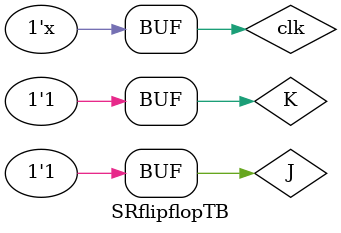
<source format=v>
module SR_FlipFlop(
    input J,
    input K,
     input clk,
    output q,
    output qbar
     );
reg q,qbar;


always@(posedge clk)
begin
    case({J,K})
    2'b0_0:q<=q;
    2'b0_1:q<=1'b0;
    2'b1_0:q<=1'b1;
    2'b1_1:q<=1'bz;
endcase
end

endmodule

module SRflipflopTB;
    reg J,K,clk;
    wire q,qbar;

    SR_FlipFlop test (
        .J(J), 
        .K(K), 
        .clk(clk), 
        .q(q), 
        .qbar(qbar)
    );
initial clk = 0;
    always #10 clk = ~clk;
    initial begin
   
        J = 0;K = 0;clk = 0;#100;
        J=0;K=1;#100
        J=1;K=0;#100
        J=1;K=1; 
        

    end
      
endmodule

</source>
